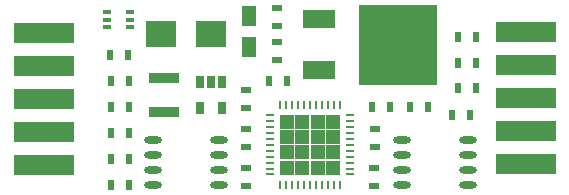
<source format=gts>
G04 #@! TF.FileFunction,Soldermask,Top*
%FSLAX46Y46*%
G04 Gerber Fmt 4.6, Leading zero omitted, Abs format (unit mm)*
G04 Created by KiCad (PCBNEW (2015-07-11 BZR 5925, Git c291b88)-product) date 8/6/2015 4:30:13 PM*
%MOMM*%
G01*
G04 APERTURE LIST*
%ADD10C,0.100000*%
%ADD11R,0.500000X0.900000*%
%ADD12R,1.230000X1.800000*%
%ADD13R,0.900000X0.500000*%
%ADD14R,2.499360X2.301240*%
%ADD15R,2.500000X0.900000*%
%ADD16R,0.250000X0.700000*%
%ADD17R,0.700000X0.250000*%
%ADD18R,1.287500X1.287500*%
%ADD19O,1.473200X0.609600*%
%ADD20R,2.780000X1.550000*%
%ADD21R,6.730000X6.740000*%
%ADD22R,0.650000X1.060000*%
%ADD23R,0.749300X0.398780*%
%ADD24R,5.080000X1.778000*%
G04 APERTURE END LIST*
D10*
D11*
X70350000Y-104400000D03*
X71850000Y-104400000D03*
X71850000Y-108800000D03*
X70350000Y-108800000D03*
X101250000Y-100700000D03*
X99750000Y-100700000D03*
X101250000Y-105000000D03*
X99750000Y-105000000D03*
X70250000Y-102200000D03*
X71750000Y-102200000D03*
D12*
X82010000Y-101480000D03*
X82010000Y-98860000D03*
D13*
X84390000Y-98210000D03*
X84390000Y-99710000D03*
X84390000Y-102610000D03*
X84390000Y-101110000D03*
X92700000Y-109950000D03*
X92700000Y-108450000D03*
D11*
X83750000Y-104400000D03*
X85250000Y-104400000D03*
X92450000Y-106600000D03*
X93950000Y-106600000D03*
D13*
X81800000Y-113250000D03*
X81800000Y-111750000D03*
D14*
X78848840Y-100400000D03*
X74551160Y-100400000D03*
D15*
X74800000Y-104150000D03*
X74800000Y-107050000D03*
D16*
X84700000Y-113200000D03*
X85200000Y-113200000D03*
X85700000Y-113200000D03*
X86200000Y-113200000D03*
X86700000Y-113200000D03*
X87200000Y-113200000D03*
X87700000Y-113200000D03*
X88200000Y-113200000D03*
X88700000Y-113200000D03*
X89200000Y-113200000D03*
X89700000Y-113200000D03*
D17*
X90600000Y-112300000D03*
X90600000Y-111800000D03*
X90600000Y-111300000D03*
X90600000Y-110800000D03*
X90600000Y-110300000D03*
X90600000Y-109800000D03*
X90600000Y-109300000D03*
X90600000Y-108800000D03*
X90600000Y-108300000D03*
X90600000Y-107800000D03*
X90600000Y-107300000D03*
D16*
X89700000Y-106400000D03*
X89200000Y-106400000D03*
X88700000Y-106400000D03*
X88200000Y-106400000D03*
X87700000Y-106400000D03*
X87200000Y-106400000D03*
X86700000Y-106400000D03*
X86200000Y-106400000D03*
X85700000Y-106400000D03*
X85200000Y-106400000D03*
X84700000Y-106400000D03*
D17*
X83800000Y-107300000D03*
X83800000Y-107800000D03*
X83800000Y-108300000D03*
X83800000Y-108800000D03*
X83800000Y-109300000D03*
X83800000Y-109800000D03*
X83800000Y-110300000D03*
X83800000Y-110800000D03*
X83800000Y-111300000D03*
X83800000Y-111800000D03*
X83800000Y-112300000D03*
D18*
X89131250Y-107868750D03*
X87843750Y-107868750D03*
X86556250Y-107868750D03*
X85268750Y-107868750D03*
X89131250Y-109156250D03*
X87843750Y-109156250D03*
X86556250Y-109156250D03*
X85268750Y-109156250D03*
X89131250Y-110443750D03*
X87843750Y-110443750D03*
X86556250Y-110443750D03*
X85268750Y-110443750D03*
X89131250Y-111731250D03*
X87843750Y-111731250D03*
X86556250Y-111731250D03*
X85268750Y-111731250D03*
D13*
X81800000Y-106650000D03*
X81800000Y-105150000D03*
D11*
X70350000Y-106600000D03*
X71850000Y-106600000D03*
X70350000Y-111000000D03*
X71850000Y-111000000D03*
X101250000Y-102900000D03*
X99750000Y-102900000D03*
X100750000Y-107300000D03*
X99250000Y-107300000D03*
X71850000Y-113200000D03*
X70350000Y-113200000D03*
X97150000Y-106600000D03*
X95650000Y-106600000D03*
D13*
X92600000Y-111750000D03*
X92600000Y-113250000D03*
D19*
X79494000Y-113205000D03*
X79494000Y-111935000D03*
X79494000Y-110665000D03*
X79494000Y-109395000D03*
X73906000Y-109395000D03*
X73906000Y-110665000D03*
X73906000Y-111935000D03*
X73906000Y-113205000D03*
X95006000Y-109395000D03*
X95006000Y-110665000D03*
X95006000Y-111935000D03*
X95006000Y-113205000D03*
X100594000Y-113205000D03*
X100594000Y-111935000D03*
X100594000Y-110665000D03*
X100594000Y-109395000D03*
D20*
X87990000Y-103490000D03*
D21*
X94625000Y-101310000D03*
D20*
X87990000Y-99130000D03*
D22*
X79750000Y-104500000D03*
X78800000Y-104500000D03*
X77850000Y-104500000D03*
X77850000Y-106700000D03*
X79750000Y-106700000D03*
D23*
X70050040Y-98549760D03*
X70050040Y-99200000D03*
X70050040Y-99850240D03*
X71949960Y-99850240D03*
X71949960Y-99200000D03*
X71949960Y-98549760D03*
D13*
X81800000Y-108450000D03*
X81800000Y-109950000D03*
D24*
X64640000Y-103106000D03*
X64640000Y-105900000D03*
X64640000Y-108694000D03*
X64640000Y-111488000D03*
X64640000Y-100312000D03*
X105460000Y-108594000D03*
X105460000Y-105800000D03*
X105460000Y-103006000D03*
X105460000Y-100212000D03*
X105460000Y-111388000D03*
M02*

</source>
